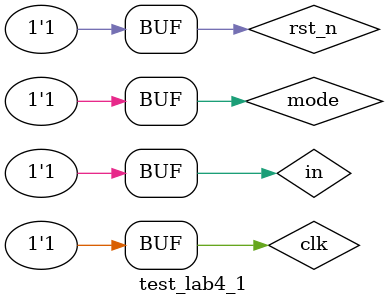
<source format=v>
`timescale 1ns / 1ps


module test_lab4_1;

	// Inputs
	reg clk;
	reg rst_n;
	reg in;
	reg mode;

	// Outputs
	wire [7:0] Q;

	// Instantiate the Unit Under Test (UUT)
	lab4_1 uut (
		.clk(clk), 
		.rst_n(rst_n), 
		.in(in), 
		.Q(Q), 
		.mode(mode)
	);

	initial begin
		// Initialize Inputs
		clk = 0;
		rst_n = 1;
		in = 0;
		mode = 0;

		// Wait 100 ns for global reset to finish
		#100;
        
		// Add stimulus here
		#10  mode=0; clk=0; in = 0;
		#10  mode=0; clk=1; in = 0;
		#10  mode=0; clk=0; in = 1;
		#10  mode=0; clk=1; in = 1;
		#10  mode=0; clk=0; in = 0;
		#10  mode=0; clk=1; in = 0;
		#10  mode=0; clk=0; in = 1;
		#10  mode=0; clk=1; in = 1;
		#10  mode=0; clk=0; in = 0;
		#10  mode=0; clk=1; in = 0;
		#10  mode=0; clk=0; in = 1;
		#10  mode=0; clk=1; in = 1;
		#10  mode=0; clk=0; in = 0;
		#10  mode=0; clk=1; in = 0;
		#10  mode=0; clk=0; in = 1;
		#10  mode=0; clk=1; in = 1;
		
		#10  mode=1;
		end
      
endmodule


</source>
